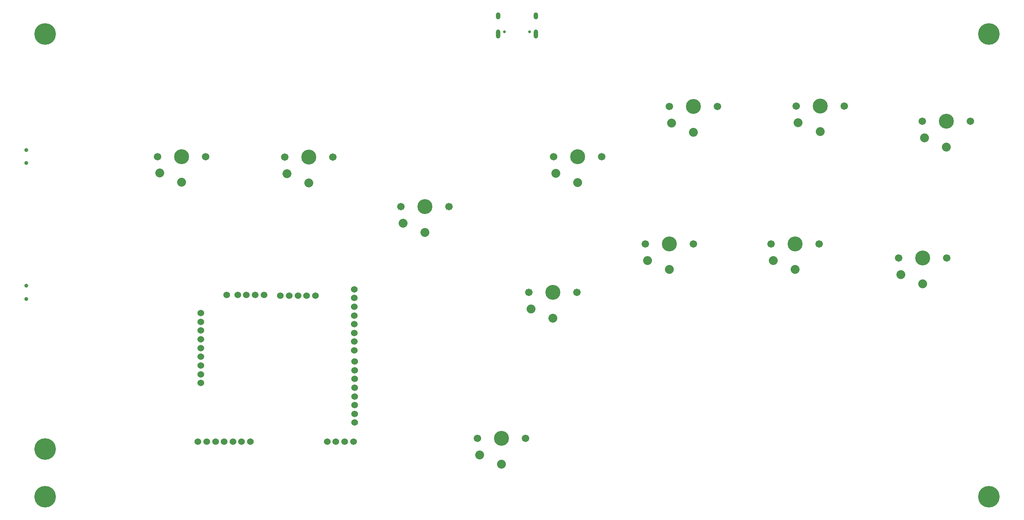
<source format=gbs>
%TF.GenerationSoftware,KiCad,Pcbnew,(6.0.5)*%
%TF.CreationDate,2022-08-30T07:27:48-07:00*%
%TF.ProjectId,chastity-device-rev2,63686173-7469-4747-992d-646576696365,rev?*%
%TF.SameCoordinates,Original*%
%TF.FileFunction,Soldermask,Bot*%
%TF.FilePolarity,Negative*%
%FSLAX46Y46*%
G04 Gerber Fmt 4.6, Leading zero omitted, Abs format (unit mm)*
G04 Created by KiCad (PCBNEW (6.0.5)) date 2022-08-30 07:27:48*
%MOMM*%
%LPD*%
G01*
G04 APERTURE LIST*
%ADD10C,1.701800*%
%ADD11C,3.429000*%
%ADD12C,2.032000*%
%ADD13C,4.950000*%
%ADD14C,1.524000*%
%ADD15C,0.650000*%
%ADD16O,1.000000X1.600000*%
%ADD17O,1.000000X2.100000*%
%ADD18C,0.900000*%
G04 APERTURE END LIST*
D10*
X81820000Y-65170000D03*
D11*
X87320000Y-65170000D03*
D10*
X92820000Y-65170000D03*
D12*
X87320000Y-71070000D03*
X82320000Y-68970000D03*
D11*
X113920000Y-76520000D03*
D10*
X108420000Y-76520000D03*
X119420000Y-76520000D03*
D12*
X113920000Y-82420000D03*
X108920000Y-80320000D03*
D11*
X131420000Y-129620000D03*
D10*
X136920000Y-129620000D03*
X125920000Y-129620000D03*
D12*
X131420000Y-135520000D03*
X126420000Y-133420000D03*
D10*
X143360000Y-65110000D03*
D11*
X148860000Y-65110000D03*
D10*
X154360000Y-65110000D03*
D12*
X148860000Y-71010000D03*
X143860000Y-68910000D03*
D10*
X169920000Y-53580000D03*
X180920000Y-53580000D03*
D11*
X175420000Y-53580000D03*
D12*
X175420000Y-59480000D03*
X170420000Y-57380000D03*
D11*
X204390000Y-53460000D03*
D10*
X198890000Y-53460000D03*
X209890000Y-53460000D03*
D12*
X204390000Y-59360000D03*
X199390000Y-57260000D03*
D10*
X227836400Y-56950400D03*
D11*
X233336400Y-56950400D03*
D10*
X238836400Y-56950400D03*
D12*
X233336400Y-62850400D03*
X228336400Y-60750400D03*
D11*
X143250000Y-96150000D03*
D10*
X148750000Y-96150000D03*
X137750000Y-96150000D03*
D12*
X143250000Y-102050000D03*
X138250000Y-99950000D03*
D11*
X169860000Y-85040000D03*
D10*
X175360000Y-85040000D03*
X164360000Y-85040000D03*
D12*
X169860000Y-90940000D03*
X164860000Y-88840000D03*
D11*
X198710000Y-85040000D03*
D10*
X204210000Y-85040000D03*
X193210000Y-85040000D03*
D12*
X198710000Y-90940000D03*
X193710000Y-88840000D03*
D11*
X227896400Y-88290400D03*
D10*
X233396400Y-88290400D03*
X222396400Y-88290400D03*
D12*
X227896400Y-94190400D03*
X222896400Y-92090400D03*
D13*
X27000000Y-37000000D03*
X27000000Y-143000000D03*
X243000000Y-143000000D03*
X243000000Y-37000000D03*
D10*
X52725000Y-65050000D03*
X63725000Y-65050000D03*
D11*
X58225000Y-65050000D03*
D12*
X58225000Y-70950000D03*
X53225000Y-68850000D03*
D14*
X82850000Y-96940000D03*
X63960000Y-130350000D03*
X71050000Y-96760000D03*
X97550000Y-130350000D03*
X80850000Y-96940000D03*
X62600000Y-100920000D03*
X97810000Y-126000000D03*
X73960000Y-130350000D03*
X77050000Y-96760000D03*
X97810000Y-112000000D03*
X97790000Y-95460000D03*
X62600000Y-102920000D03*
X62600000Y-104920000D03*
X62600000Y-106920000D03*
X62600000Y-108920000D03*
X62600000Y-110920000D03*
X62600000Y-112920000D03*
X62600000Y-114920000D03*
X62600000Y-116920000D03*
X97790000Y-97460000D03*
X97790000Y-99460000D03*
X97790000Y-101460000D03*
X97790000Y-103460000D03*
X97790000Y-105460000D03*
X97790000Y-107460000D03*
X97790000Y-109460000D03*
X97810000Y-114000000D03*
X97810000Y-116000000D03*
X97810000Y-118000000D03*
X97810000Y-120000000D03*
X97810000Y-122000000D03*
X97810000Y-124000000D03*
X61960000Y-130350000D03*
X65960000Y-130350000D03*
X71960000Y-130350000D03*
X73050000Y-96760000D03*
X75050000Y-96760000D03*
X84850000Y-96940000D03*
X86850000Y-96940000D03*
X67960000Y-130350000D03*
X69960000Y-130350000D03*
X91550000Y-130350000D03*
X93550000Y-130350000D03*
X95550000Y-130350000D03*
X88850000Y-96940000D03*
X68550000Y-96760000D03*
D15*
X132110000Y-36446800D03*
X137890000Y-36446800D03*
D16*
X139320000Y-32796800D03*
D17*
X130680000Y-36976800D03*
X139320000Y-36976800D03*
D16*
X130680000Y-32796800D03*
D18*
X22670000Y-66540000D03*
X22670000Y-63540000D03*
X22670000Y-94650000D03*
X22670000Y-97650000D03*
D13*
X26980000Y-132020000D03*
M02*

</source>
